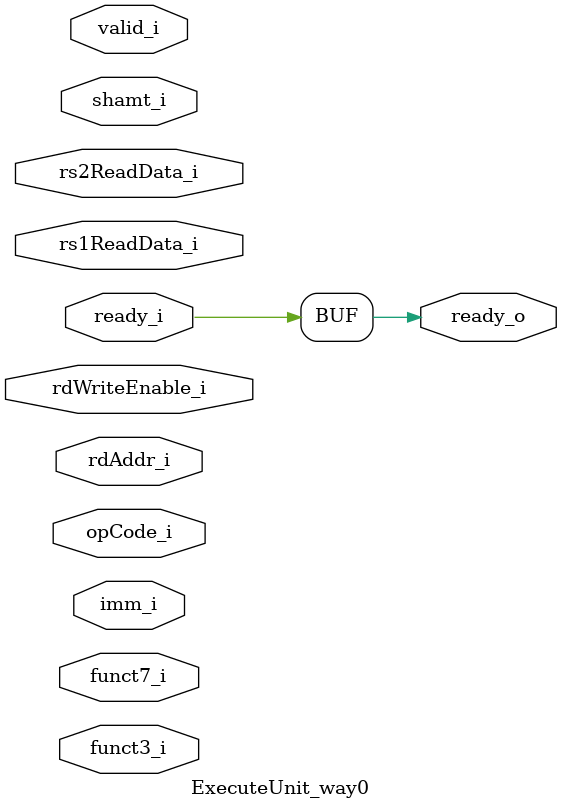
<source format=v>
module ExecuteUnit_way0(
    `ifdef TestMode
        input [31:0] instAddr_i,
        output [31:0] instAddr_o,
        input [31:0] inst_i,
        output [31:0] inst_o,
    `endif
    input [4:0] rdAddr_i,
    input rdWriteEnable_i,
    input [63:0] rs1ReadData_i,
    input [63:0] rs2ReadData_i,
    input [63:0] imm_i,
    input [6:0] opCode_i,
    input [2:0] funct3_i,
    input [6:0] funct7_i,
    input [5:0] shamt_i,
    input valid_i,
    input ready_i,

    output ready_o

);
    assign ready_o = ready_i;


endmodule
</source>
